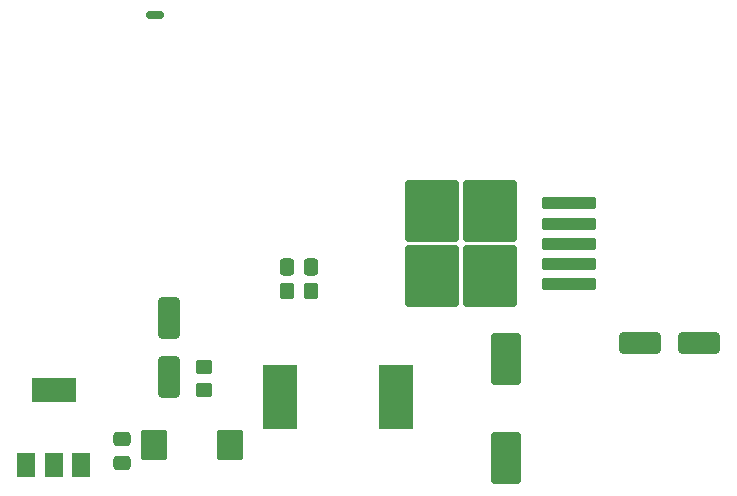
<source format=gbp>
G04 #@! TF.GenerationSoftware,KiCad,Pcbnew,7.0.8*
G04 #@! TF.CreationDate,2023-11-09T09:46:19+07:00*
G04 #@! TF.ProjectId,PCB v2,50434220-7632-42e6-9b69-6361645f7063,rev?*
G04 #@! TF.SameCoordinates,Original*
G04 #@! TF.FileFunction,Paste,Bot*
G04 #@! TF.FilePolarity,Positive*
%FSLAX46Y46*%
G04 Gerber Fmt 4.6, Leading zero omitted, Abs format (unit mm)*
G04 Created by KiCad (PCBNEW 7.0.8) date 2023-11-09 09:46:19*
%MOMM*%
%LPD*%
G01*
G04 APERTURE LIST*
G04 Aperture macros list*
%AMRoundRect*
0 Rectangle with rounded corners*
0 $1 Rounding radius*
0 $2 $3 $4 $5 $6 $7 $8 $9 X,Y pos of 4 corners*
0 Add a 4 corners polygon primitive as box body*
4,1,4,$2,$3,$4,$5,$6,$7,$8,$9,$2,$3,0*
0 Add four circle primitives for the rounded corners*
1,1,$1+$1,$2,$3*
1,1,$1+$1,$4,$5*
1,1,$1+$1,$6,$7*
1,1,$1+$1,$8,$9*
0 Add four rect primitives between the rounded corners*
20,1,$1+$1,$2,$3,$4,$5,0*
20,1,$1+$1,$4,$5,$6,$7,0*
20,1,$1+$1,$6,$7,$8,$9,0*
20,1,$1+$1,$8,$9,$2,$3,0*%
G04 Aperture macros list end*
%ADD10RoundRect,0.150000X0.587500X0.150000X-0.587500X0.150000X-0.587500X-0.150000X0.587500X-0.150000X0*%
%ADD11RoundRect,0.250000X0.475000X-0.337500X0.475000X0.337500X-0.475000X0.337500X-0.475000X-0.337500X0*%
%ADD12RoundRect,0.250000X2.050000X0.300000X-2.050000X0.300000X-2.050000X-0.300000X2.050000X-0.300000X0*%
%ADD13RoundRect,0.250000X2.025000X2.375000X-2.025000X2.375000X-2.025000X-2.375000X2.025000X-2.375000X0*%
%ADD14RoundRect,0.250000X-0.650000X1.500000X-0.650000X-1.500000X0.650000X-1.500000X0.650000X1.500000X0*%
%ADD15R,2.900000X5.400000*%
%ADD16R,1.500000X2.000000*%
%ADD17R,3.800000X2.000000*%
%ADD18RoundRect,0.250000X0.450000X-0.350000X0.450000X0.350000X-0.450000X0.350000X-0.450000X-0.350000X0*%
%ADD19RoundRect,0.250000X-0.337500X-0.475000X0.337500X-0.475000X0.337500X0.475000X-0.337500X0.475000X0*%
%ADD20RoundRect,0.250000X-0.875000X-1.025000X0.875000X-1.025000X0.875000X1.025000X-0.875000X1.025000X0*%
%ADD21RoundRect,0.250000X-1.000000X1.950000X-1.000000X-1.950000X1.000000X-1.950000X1.000000X1.950000X0*%
%ADD22RoundRect,0.250000X-1.500000X-0.650000X1.500000X-0.650000X1.500000X0.650000X-1.500000X0.650000X0*%
%ADD23RoundRect,0.250000X0.350000X0.450000X-0.350000X0.450000X-0.350000X-0.450000X0.350000X-0.450000X0*%
G04 APERTURE END LIST*
D10*
X124610000Y-96170000D03*
D11*
X121818500Y-134127500D03*
X121818500Y-132052500D03*
D12*
X159668500Y-118930000D03*
X159668500Y-117230000D03*
D13*
X148093500Y-112755000D03*
X148093500Y-118305000D03*
X152943500Y-112755000D03*
X152943500Y-118305000D03*
D12*
X159668500Y-115530000D03*
X159668500Y-113830000D03*
X159668500Y-112130000D03*
D14*
X125748500Y-121820000D03*
X125748500Y-126820000D03*
D15*
X145048500Y-128530000D03*
X135148500Y-128530000D03*
D16*
X118318500Y-134240000D03*
X116018500Y-134240000D03*
D17*
X116018500Y-127940000D03*
D16*
X113718500Y-134240000D03*
D18*
X128788500Y-127950000D03*
X128788500Y-125950000D03*
D19*
X135780000Y-117530000D03*
X137855000Y-117530000D03*
D20*
X124518500Y-132552500D03*
X130918500Y-132552500D03*
D21*
X154328500Y-133700000D03*
X154328500Y-125300000D03*
D22*
X170658500Y-123950000D03*
X165658500Y-123950000D03*
D23*
X137817500Y-119570000D03*
X135817500Y-119570000D03*
M02*

</source>
